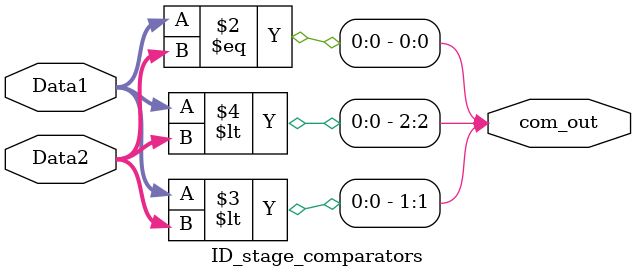
<source format=sv>
`include "Defines.svh"
`include "IDInstDef.svh"
module ID_stage_comparators(Data1, Data2, com_out);
input [31:0] Data1, Data2;
output logic [2:0] com_out;
// logic lessthan, equal;
always_comb begin   // ex: out = 100 is Data1 < Data2
    com_out[0] = (Data1 == Data2);
    com_out[1] = $signed(Data1) < $signed(Data2);
    com_out[2] = $unsigned( Data1 ) < $unsigned( Data2 );
end
endmodule
</source>
